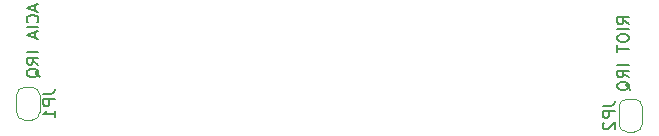
<source format=gbo>
G04 #@! TF.GenerationSoftware,KiCad,Pcbnew,7.0.6-0*
G04 #@! TF.CreationDate,2024-02-24T20:21:30+09:00*
G04 #@! TF.ProjectId,K6504-SBC,4b363530-342d-4534-9243-2e6b69636164,rev?*
G04 #@! TF.SameCoordinates,PX54e0840PY90013c0*
G04 #@! TF.FileFunction,Legend,Bot*
G04 #@! TF.FilePolarity,Positive*
%FSLAX46Y46*%
G04 Gerber Fmt 4.6, Leading zero omitted, Abs format (unit mm)*
G04 Created by KiCad (PCBNEW 7.0.6-0) date 2024-02-24 20:21:30*
%MOMM*%
%LPD*%
G01*
G04 APERTURE LIST*
%ADD10C,0.150000*%
%ADD11C,0.120000*%
G04 APERTURE END LIST*
D10*
X37584104Y49210840D02*
X37584104Y48734650D01*
X37869819Y49306078D02*
X36869819Y48972745D01*
X36869819Y48972745D02*
X37869819Y48639412D01*
X37774580Y47734650D02*
X37822200Y47782269D01*
X37822200Y47782269D02*
X37869819Y47925126D01*
X37869819Y47925126D02*
X37869819Y48020364D01*
X37869819Y48020364D02*
X37822200Y48163221D01*
X37822200Y48163221D02*
X37726961Y48258459D01*
X37726961Y48258459D02*
X37631723Y48306078D01*
X37631723Y48306078D02*
X37441247Y48353697D01*
X37441247Y48353697D02*
X37298390Y48353697D01*
X37298390Y48353697D02*
X37107914Y48306078D01*
X37107914Y48306078D02*
X37012676Y48258459D01*
X37012676Y48258459D02*
X36917438Y48163221D01*
X36917438Y48163221D02*
X36869819Y48020364D01*
X36869819Y48020364D02*
X36869819Y47925126D01*
X36869819Y47925126D02*
X36917438Y47782269D01*
X36917438Y47782269D02*
X36965057Y47734650D01*
X37869819Y47306078D02*
X36869819Y47306078D01*
X37584104Y46877507D02*
X37584104Y46401317D01*
X37869819Y46972745D02*
X36869819Y46639412D01*
X36869819Y46639412D02*
X37869819Y46306079D01*
X37869819Y45210840D02*
X36869819Y45210840D01*
X37869819Y44163222D02*
X37393628Y44496555D01*
X37869819Y44734650D02*
X36869819Y44734650D01*
X36869819Y44734650D02*
X36869819Y44353698D01*
X36869819Y44353698D02*
X36917438Y44258460D01*
X36917438Y44258460D02*
X36965057Y44210841D01*
X36965057Y44210841D02*
X37060295Y44163222D01*
X37060295Y44163222D02*
X37203152Y44163222D01*
X37203152Y44163222D02*
X37298390Y44210841D01*
X37298390Y44210841D02*
X37346009Y44258460D01*
X37346009Y44258460D02*
X37393628Y44353698D01*
X37393628Y44353698D02*
X37393628Y44734650D01*
X37965057Y43067984D02*
X37917438Y43163222D01*
X37917438Y43163222D02*
X37822200Y43258460D01*
X37822200Y43258460D02*
X37679342Y43401317D01*
X37679342Y43401317D02*
X37631723Y43496555D01*
X37631723Y43496555D02*
X37631723Y43591793D01*
X37869819Y43544174D02*
X37822200Y43639412D01*
X37822200Y43639412D02*
X37726961Y43734650D01*
X37726961Y43734650D02*
X37536485Y43782269D01*
X37536485Y43782269D02*
X37203152Y43782269D01*
X37203152Y43782269D02*
X37012676Y43734650D01*
X37012676Y43734650D02*
X36917438Y43639412D01*
X36917438Y43639412D02*
X36869819Y43544174D01*
X36869819Y43544174D02*
X36869819Y43353698D01*
X36869819Y43353698D02*
X36917438Y43258460D01*
X36917438Y43258460D02*
X37012676Y43163222D01*
X37012676Y43163222D02*
X37203152Y43115603D01*
X37203152Y43115603D02*
X37536485Y43115603D01*
X37536485Y43115603D02*
X37726961Y43163222D01*
X37726961Y43163222D02*
X37822200Y43258460D01*
X37822200Y43258460D02*
X37869819Y43353698D01*
X37869819Y43353698D02*
X37869819Y43544174D01*
X87869819Y47591793D02*
X87393628Y47925126D01*
X87869819Y48163221D02*
X86869819Y48163221D01*
X86869819Y48163221D02*
X86869819Y47782269D01*
X86869819Y47782269D02*
X86917438Y47687031D01*
X86917438Y47687031D02*
X86965057Y47639412D01*
X86965057Y47639412D02*
X87060295Y47591793D01*
X87060295Y47591793D02*
X87203152Y47591793D01*
X87203152Y47591793D02*
X87298390Y47639412D01*
X87298390Y47639412D02*
X87346009Y47687031D01*
X87346009Y47687031D02*
X87393628Y47782269D01*
X87393628Y47782269D02*
X87393628Y48163221D01*
X87869819Y47163221D02*
X86869819Y47163221D01*
X86869819Y46496555D02*
X86869819Y46306079D01*
X86869819Y46306079D02*
X86917438Y46210841D01*
X86917438Y46210841D02*
X87012676Y46115603D01*
X87012676Y46115603D02*
X87203152Y46067984D01*
X87203152Y46067984D02*
X87536485Y46067984D01*
X87536485Y46067984D02*
X87726961Y46115603D01*
X87726961Y46115603D02*
X87822200Y46210841D01*
X87822200Y46210841D02*
X87869819Y46306079D01*
X87869819Y46306079D02*
X87869819Y46496555D01*
X87869819Y46496555D02*
X87822200Y46591793D01*
X87822200Y46591793D02*
X87726961Y46687031D01*
X87726961Y46687031D02*
X87536485Y46734650D01*
X87536485Y46734650D02*
X87203152Y46734650D01*
X87203152Y46734650D02*
X87012676Y46687031D01*
X87012676Y46687031D02*
X86917438Y46591793D01*
X86917438Y46591793D02*
X86869819Y46496555D01*
X86869819Y45782269D02*
X86869819Y45210841D01*
X87869819Y45496555D02*
X86869819Y45496555D01*
X87869819Y44115602D02*
X86869819Y44115602D01*
X87869819Y43067984D02*
X87393628Y43401317D01*
X87869819Y43639412D02*
X86869819Y43639412D01*
X86869819Y43639412D02*
X86869819Y43258460D01*
X86869819Y43258460D02*
X86917438Y43163222D01*
X86917438Y43163222D02*
X86965057Y43115603D01*
X86965057Y43115603D02*
X87060295Y43067984D01*
X87060295Y43067984D02*
X87203152Y43067984D01*
X87203152Y43067984D02*
X87298390Y43115603D01*
X87298390Y43115603D02*
X87346009Y43163222D01*
X87346009Y43163222D02*
X87393628Y43258460D01*
X87393628Y43258460D02*
X87393628Y43639412D01*
X87965057Y41972746D02*
X87917438Y42067984D01*
X87917438Y42067984D02*
X87822200Y42163222D01*
X87822200Y42163222D02*
X87679342Y42306079D01*
X87679342Y42306079D02*
X87631723Y42401317D01*
X87631723Y42401317D02*
X87631723Y42496555D01*
X87869819Y42448936D02*
X87822200Y42544174D01*
X87822200Y42544174D02*
X87726961Y42639412D01*
X87726961Y42639412D02*
X87536485Y42687031D01*
X87536485Y42687031D02*
X87203152Y42687031D01*
X87203152Y42687031D02*
X87012676Y42639412D01*
X87012676Y42639412D02*
X86917438Y42544174D01*
X86917438Y42544174D02*
X86869819Y42448936D01*
X86869819Y42448936D02*
X86869819Y42258460D01*
X86869819Y42258460D02*
X86917438Y42163222D01*
X86917438Y42163222D02*
X87012676Y42067984D01*
X87012676Y42067984D02*
X87203152Y42020365D01*
X87203152Y42020365D02*
X87536485Y42020365D01*
X87536485Y42020365D02*
X87726961Y42067984D01*
X87726961Y42067984D02*
X87822200Y42163222D01*
X87822200Y42163222D02*
X87869819Y42258460D01*
X87869819Y42258460D02*
X87869819Y42448936D01*
X85654819Y40683334D02*
X86369104Y40683334D01*
X86369104Y40683334D02*
X86511961Y40730953D01*
X86511961Y40730953D02*
X86607200Y40826191D01*
X86607200Y40826191D02*
X86654819Y40969048D01*
X86654819Y40969048D02*
X86654819Y41064286D01*
X86654819Y40207143D02*
X85654819Y40207143D01*
X85654819Y40207143D02*
X85654819Y39826191D01*
X85654819Y39826191D02*
X85702438Y39730953D01*
X85702438Y39730953D02*
X85750057Y39683334D01*
X85750057Y39683334D02*
X85845295Y39635715D01*
X85845295Y39635715D02*
X85988152Y39635715D01*
X85988152Y39635715D02*
X86083390Y39683334D01*
X86083390Y39683334D02*
X86131009Y39730953D01*
X86131009Y39730953D02*
X86178628Y39826191D01*
X86178628Y39826191D02*
X86178628Y40207143D01*
X85750057Y39254762D02*
X85702438Y39207143D01*
X85702438Y39207143D02*
X85654819Y39111905D01*
X85654819Y39111905D02*
X85654819Y38873810D01*
X85654819Y38873810D02*
X85702438Y38778572D01*
X85702438Y38778572D02*
X85750057Y38730953D01*
X85750057Y38730953D02*
X85845295Y38683334D01*
X85845295Y38683334D02*
X85940533Y38683334D01*
X85940533Y38683334D02*
X86083390Y38730953D01*
X86083390Y38730953D02*
X86654819Y39302381D01*
X86654819Y39302381D02*
X86654819Y38683334D01*
X38254819Y41683334D02*
X38969104Y41683334D01*
X38969104Y41683334D02*
X39111961Y41730953D01*
X39111961Y41730953D02*
X39207200Y41826191D01*
X39207200Y41826191D02*
X39254819Y41969048D01*
X39254819Y41969048D02*
X39254819Y42064286D01*
X39254819Y41207143D02*
X38254819Y41207143D01*
X38254819Y41207143D02*
X38254819Y40826191D01*
X38254819Y40826191D02*
X38302438Y40730953D01*
X38302438Y40730953D02*
X38350057Y40683334D01*
X38350057Y40683334D02*
X38445295Y40635715D01*
X38445295Y40635715D02*
X38588152Y40635715D01*
X38588152Y40635715D02*
X38683390Y40683334D01*
X38683390Y40683334D02*
X38731009Y40730953D01*
X38731009Y40730953D02*
X38778628Y40826191D01*
X38778628Y40826191D02*
X38778628Y41207143D01*
X39254819Y39683334D02*
X39254819Y40254762D01*
X39254819Y39969048D02*
X38254819Y39969048D01*
X38254819Y39969048D02*
X38397676Y40064286D01*
X38397676Y40064286D02*
X38492914Y40159524D01*
X38492914Y40159524D02*
X38540533Y40254762D01*
D11*
X88300000Y41250000D02*
X87700000Y41250000D01*
X87000000Y40550000D02*
X87000000Y39150000D01*
X89000000Y39150000D02*
X89000000Y40550000D01*
X87700000Y38450000D02*
X88300000Y38450000D01*
X89000000Y40550000D02*
G75*
G03*
X88300000Y41250000I-699999J1D01*
G01*
X87700000Y41250000D02*
G75*
G03*
X87000000Y40550000I-1J-699999D01*
G01*
X88300000Y38450000D02*
G75*
G03*
X89000000Y39150000I0J700000D01*
G01*
X87000000Y39150000D02*
G75*
G03*
X87700000Y38450000I700000J0D01*
G01*
X36700000Y39450000D02*
X37300000Y39450000D01*
X38000000Y40150000D02*
X38000000Y41550000D01*
X36000000Y41550000D02*
X36000000Y40150000D01*
X37300000Y42250000D02*
X36700000Y42250000D01*
X36000000Y40150000D02*
G75*
G03*
X36700000Y39450000I699999J-1D01*
G01*
X37300000Y39450000D02*
G75*
G03*
X38000000Y40150000I1J699999D01*
G01*
X36700000Y42250000D02*
G75*
G03*
X36000000Y41550000I0J-700000D01*
G01*
X38000000Y41550000D02*
G75*
G03*
X37300000Y42250000I-700000J0D01*
G01*
M02*

</source>
